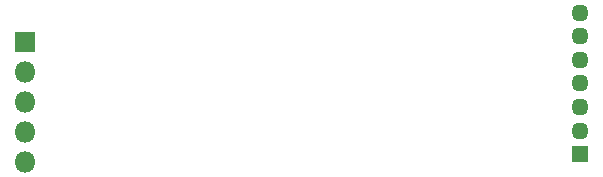
<source format=gbs>
G04 #@! TF.GenerationSoftware,KiCad,Pcbnew,5.1.6-c6e7f7d~86~ubuntu18.04.1*
G04 #@! TF.CreationDate,2020-06-18T14:32:01+02:00*
G04 #@! TF.ProjectId,pcb,7063622e-6b69-4636-9164-5f7063625858,rev?*
G04 #@! TF.SameCoordinates,Original*
G04 #@! TF.FileFunction,Soldermask,Bot*
G04 #@! TF.FilePolarity,Negative*
%FSLAX46Y46*%
G04 Gerber Fmt 4.6, Leading zero omitted, Abs format (unit mm)*
G04 Created by KiCad (PCBNEW 5.1.6-c6e7f7d~86~ubuntu18.04.1) date 2020-06-18 14:32:01*
%MOMM*%
%LPD*%
G01*
G04 APERTURE LIST*
%ADD10O,1.450000X1.450000*%
%ADD11R,1.450000X1.450000*%
%ADD12O,1.800000X1.800000*%
%ADD13R,1.800000X1.800000*%
G04 APERTURE END LIST*
D10*
G04 #@! TO.C,J2*
X49500000Y-57600000D03*
X49500000Y-59600000D03*
X49500000Y-61600000D03*
X49500000Y-63600000D03*
X49500000Y-65600000D03*
X49500000Y-67600000D03*
D11*
X49500000Y-69600000D03*
G04 #@! TD*
D12*
G04 #@! TO.C,J1*
X2500000Y-70260000D03*
X2500000Y-67720000D03*
X2500000Y-65180000D03*
X2500000Y-62640000D03*
D13*
X2500000Y-60100000D03*
G04 #@! TD*
M02*

</source>
